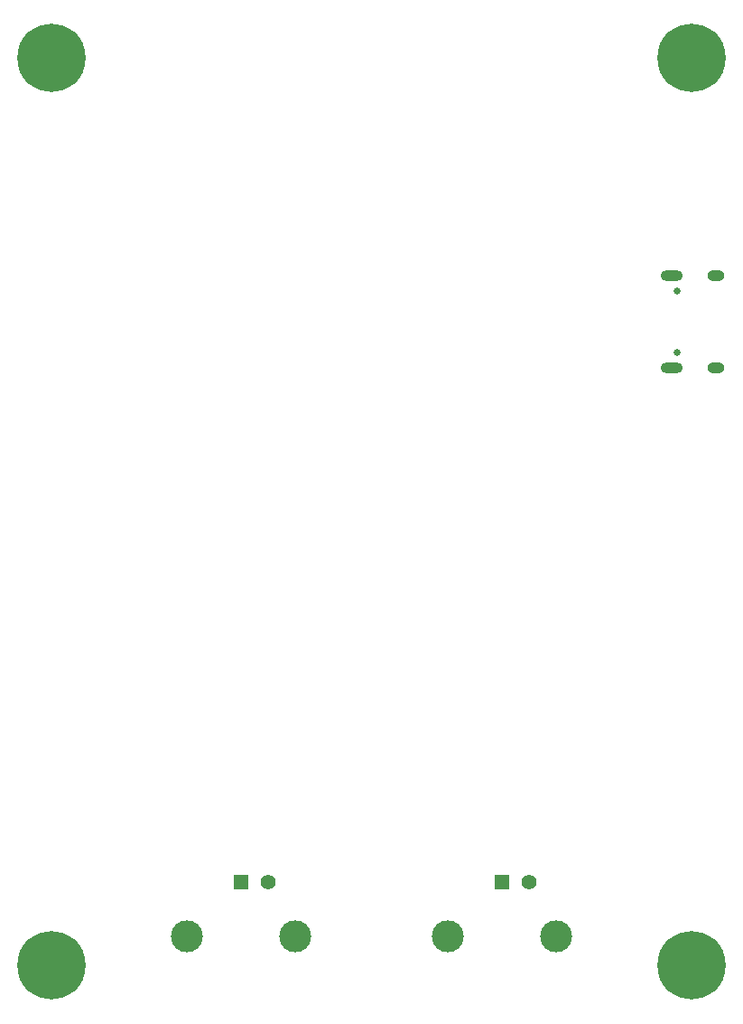
<source format=gbr>
%TF.GenerationSoftware,KiCad,Pcbnew,9.0.0*%
%TF.CreationDate,2025-12-13T14:21:09+02:00*%
%TF.ProjectId,mixed_signal_hw_pcb,6d697865-645f-4736-9967-6e616c5f6877,rev?*%
%TF.SameCoordinates,Original*%
%TF.FileFunction,Soldermask,Bot*%
%TF.FilePolarity,Negative*%
%FSLAX46Y46*%
G04 Gerber Fmt 4.6, Leading zero omitted, Abs format (unit mm)*
G04 Created by KiCad (PCBNEW 9.0.0) date 2025-12-13 14:21:09*
%MOMM*%
%LPD*%
G01*
G04 APERTURE LIST*
%ADD10R,1.400000X1.400000*%
%ADD11C,1.400000*%
%ADD12C,3.000000*%
%ADD13C,0.800000*%
%ADD14C,6.400000*%
%ADD15C,0.650000*%
%ADD16O,2.100000X1.000000*%
%ADD17O,1.600000X1.000000*%
G04 APERTURE END LIST*
D10*
%TO.C,J300*%
X81710000Y-107700000D03*
D11*
X84250000Y-107700000D03*
D12*
X76630000Y-112780000D03*
X86790000Y-112780000D03*
%TD*%
D13*
%TO.C,H1*%
X61600000Y-30500000D03*
X62302944Y-28802944D03*
X62302944Y-32197056D03*
X64000000Y-28100000D03*
D14*
X64000000Y-30500000D03*
D13*
X64000000Y-32900000D03*
X65697056Y-28802944D03*
X65697056Y-32197056D03*
X66400000Y-30500000D03*
%TD*%
%TO.C,H4*%
X61600000Y-115500000D03*
X62302944Y-113802944D03*
X62302944Y-117197056D03*
X64000000Y-113100000D03*
D14*
X64000000Y-115500000D03*
D13*
X64000000Y-117900000D03*
X65697056Y-113802944D03*
X65697056Y-117197056D03*
X66400000Y-115500000D03*
%TD*%
D15*
%TO.C,J200*%
X122640000Y-58080000D03*
X122640000Y-52300000D03*
D16*
X122110000Y-59510000D03*
D17*
X126290000Y-59510000D03*
D16*
X122110000Y-50870000D03*
D17*
X126290000Y-50870000D03*
%TD*%
D13*
%TO.C,H3*%
X121600000Y-115500000D03*
X122302944Y-113802944D03*
X122302944Y-117197056D03*
X124000000Y-113100000D03*
D14*
X124000000Y-115500000D03*
D13*
X124000000Y-117900000D03*
X125697056Y-113802944D03*
X125697056Y-117197056D03*
X126400000Y-115500000D03*
%TD*%
D10*
%TO.C,J400*%
X106236000Y-107700000D03*
D11*
X108776000Y-107700000D03*
D12*
X101156000Y-112780000D03*
X111316000Y-112780000D03*
%TD*%
D13*
%TO.C,H2*%
X121600000Y-30500000D03*
X122302944Y-28802944D03*
X122302944Y-32197056D03*
X124000000Y-28100000D03*
D14*
X124000000Y-30500000D03*
D13*
X124000000Y-32900000D03*
X125697056Y-28802944D03*
X125697056Y-32197056D03*
X126400000Y-30500000D03*
%TD*%
M02*

</source>
